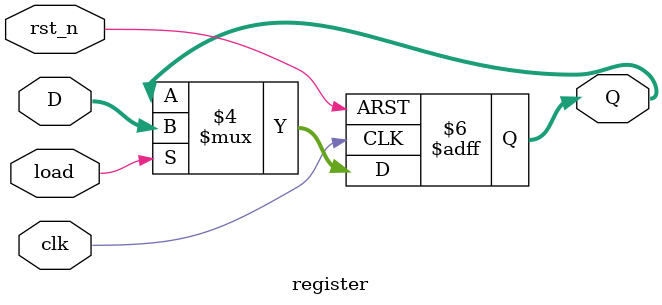
<source format=v>
module register #(parameter n = 32)(
    input clk, 
    input rst_n,
    input load,
    input [n-1:0] D, 
    output reg [n-1:0] Q
);
    always @(posedge clk or negedge rst_n) begin
        if (!rst_n) begin
            Q <= 0;
        end else if (load) begin
            Q <= D;
        end
        else Q <= Q;
    end
endmodule
</source>
